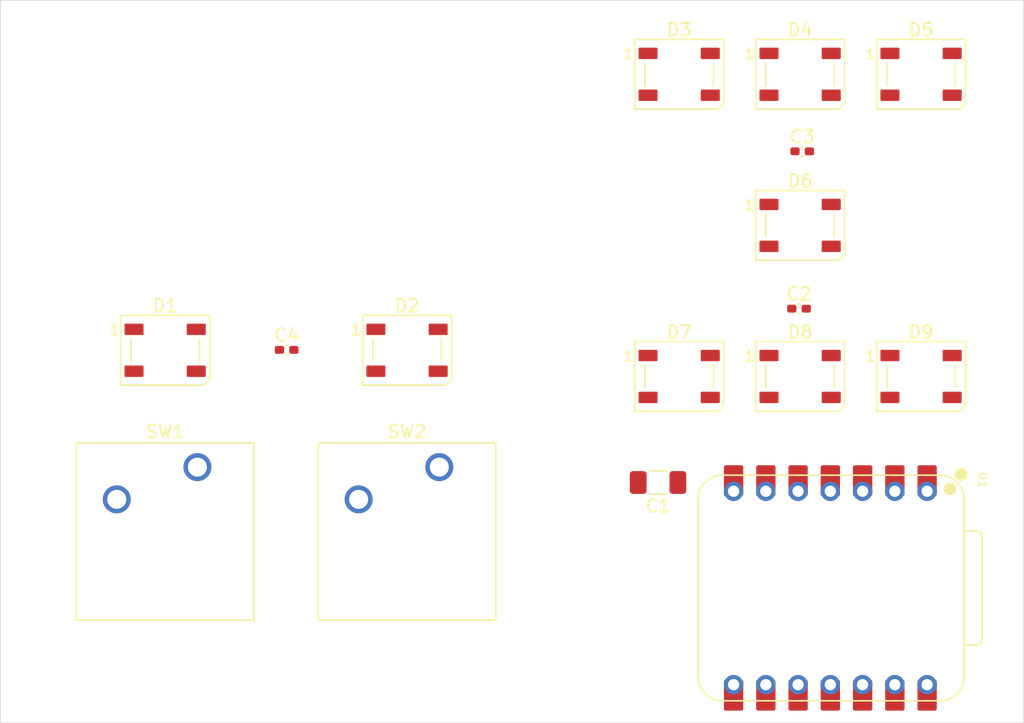
<source format=kicad_pcb>
(kicad_pcb (version 20240108) (generator "pcbnew") (generator_version "8.0")
  (layers (0 "F.Cu" signal) (31 "B.Cu" signal) (34 "B.Paste" user) (35 "F.Paste" user) (36 "B.SilkS" user "B.Silkscreen") (37 "F.SilkS" user "F.Silkscreen") (38 "B.Mask" user) (39 "F.Mask" user) (44 "Edge.Cuts" user))
  (net 0 "")
  (net 1 "Net-(D1-DOUT)")
  (net 2 "GND")
  (net 3 "Net-(D1-DIN)")
  (net 4 "+5V")
  (net 5 "Net-(D2-DOUT)")
  (net 6 "Net-(D3-DOUT)")
  (net 7 "Net-(D4-DOUT)")
  (net 8 "Net-(D5-DOUT)")
  (net 9 "Net-(D6-DOUT)")
  (net 10 "Net-(D7-DOUT)")
  (net 11 "Net-(D8-DOUT)")
  (net 13 "+3.3V")
  (net 14 "Net-(U1-GPIO27{slash}ADC1{slash}A1)")
  (net 15 "Net-(U1-GPIO28{slash}ADC2{slash}A2)")
  (footprint "Capacitor_SMD:C_0402_1005Metric_Pad0.74x0.62mm_HandSolder" (layer "F.Cu") (at 166.85 84.65)
    (property "Reference" "C3" (at 0 -1.16 0) (layer "F.SilkS"))
    (property "Value" "4.7nF")
    (fp_line (start -0.115835 -0.36) (end 0.115835 -0.36) (stroke (width 0.12)) (layer "F.SilkS"))
    (fp_line (start -0.115835 0.36) (end 0.115835 0.36) (stroke (width 0.12)) (layer "F.SilkS"))
    (pad "1" smd roundrect (at -0.5675 0) (size 0.735 0.62) (layers "F.Cu" "F.Paste" "F.Mask") (net 2 "GND"))
    (pad "2" smd roundrect (at 0.5675 0) (size 0.735 0.62) (layers "F.Cu" "F.Paste" "F.Mask") (net 4 "+5V"))
  )
  (footprint "LED_SMD:LED_WS2812B_PLCC4_5.0x5.0mm_P3.2mm" (layer "F.Cu") (at 166.6875 78.58125)
    (property "Reference" "D4" (at 0 -3.5 0) (layer "F.SilkS"))
    (property "Value" "WS2812B")
    (fp_line (start -3.5 -2.75) (end -3.5 2.75) (stroke (width 0.12)) (layer "F.SilkS"))
    (fp_line (start -3.5 -2.75) (end 3.5 -2.75) (stroke (width 0.12)) (layer "F.SilkS"))
    (fp_line (start -3.5 2.75) (end 3.05 2.75) (stroke (width 0.12)) (layer "F.SilkS"))
    (fp_line (start -2.7 0.9) (end -2.7 -0.9) (stroke (width 0.12)) (layer "F.SilkS"))
    (fp_line (start 2.7 0.9) (end 2.7 -0.9) (stroke (width 0.12)) (layer "F.SilkS"))
    (fp_line (start 3.05 2.75) (end 3.5 2.3) (stroke (width 0.12)) (layer "F.SilkS"))
    (fp_line (start 3.5 2.3) (end 3.5 -2.75) (stroke (width 0.12)) (layer "F.SilkS"))
    (fp_text user "1" (at -4 -1.6 0) (layer "F.SilkS") (effects (font (size 0.8 0.8))))
    (pad "1" smd roundrect (at -2.45 -1.65) (size 1.5 0.9) (layers "F.Cu" "F.Paste" "F.Mask") (roundrect_rratio 0.1) (net 4 "+5V"))
    (pad "2" smd roundrect (at -2.45 1.65) (size 1.5 0.9) (layers "F.Cu" "F.Paste" "F.Mask") (roundrect_rratio 0.1) (net 7 "Net-(D4-DOUT)"))
    (pad "3" smd roundrect (at 2.45 1.65) (size 1.5 0.9) (layers "F.Cu" "F.Paste" "F.Mask") (roundrect_rratio 0.1) (net 2 "GND"))
    (pad "4" smd roundrect (at 2.45 -1.65) (size 1.5 0.9) (layers "F.Cu" "F.Paste" "F.Mask") (roundrect_rratio 0.1) (net 6 "Net-(D3-DOUT)"))
  )
  (footprint "Capacitor_SMD:C_0402_1005Metric_Pad0.74x0.62mm_HandSolder" (layer "F.Cu") (at 166.6 97.05)
    (property "Reference" "C2" (at 0 -1.16 0) (layer "F.SilkS"))
    (property "Value" "4.7nF")
    (fp_line (start -0.115835 -0.36) (end 0.115835 -0.36) (stroke (width 0.12)) (layer "F.SilkS"))
    (fp_line (start -0.115835 0.36) (end 0.115835 0.36) (stroke (width 0.12)) (layer "F.SilkS"))
    (pad "1" smd roundrect (at -0.5675 0) (size 0.735 0.62) (layers "F.Cu" "F.Paste" "F.Mask") (net 2 "GND"))
    (pad "2" smd roundrect (at 0.5675 0) (size 0.735 0.62) (layers "F.Cu" "F.Paste" "F.Mask") (net 4 "+5V"))
  )
  (footprint "LED_SMD:LED_WS2812B_PLCC4_5.0x5.0mm_P3.2mm" (layer "F.Cu") (at 176.2125 78.58125)
    (property "Reference" "D5" (at 0 -3.5 0) (layer "F.SilkS"))
    (property "Value" "WS2812B")
    (fp_line (start -3.5 -2.75) (end -3.5 2.75) (stroke (width 0.12)) (layer "F.SilkS"))
    (fp_line (start -3.5 -2.75) (end 3.5 -2.75) (stroke (width 0.12)) (layer "F.SilkS"))
    (fp_line (start -3.5 2.75) (end 3.05 2.75) (stroke (width 0.12)) (layer "F.SilkS"))
    (fp_line (start -2.7 0.9) (end -2.7 -0.9) (stroke (width 0.12)) (layer "F.SilkS"))
    (fp_line (start 2.7 0.9) (end 2.7 -0.9) (stroke (width 0.12)) (layer "F.SilkS"))
    (fp_line (start 3.05 2.75) (end 3.5 2.3) (stroke (width 0.12)) (layer "F.SilkS"))
    (fp_line (start 3.5 2.3) (end 3.5 -2.75) (stroke (width 0.12)) (layer "F.SilkS"))
    (fp_text user "1" (at -4 -1.6 0) (layer "F.SilkS") (effects (font (size 0.8 0.8))))
    (pad "1" smd roundrect (at -2.45 -1.65) (size 1.5 0.9) (layers "F.Cu" "F.Paste" "F.Mask") (roundrect_rratio 0.1) (net 4 "+5V"))
    (pad "2" smd roundrect (at -2.45 1.65) (size 1.5 0.9) (layers "F.Cu" "F.Paste" "F.Mask") (roundrect_rratio 0.1) (net 8 "Net-(D5-DOUT)"))
    (pad "3" smd roundrect (at 2.45 1.65) (size 1.5 0.9) (layers "F.Cu" "F.Paste" "F.Mask") (roundrect_rratio 0.1) (net 2 "GND"))
    (pad "4" smd roundrect (at 2.45 -1.65) (size 1.5 0.9) (layers "F.Cu" "F.Paste" "F.Mask") (roundrect_rratio 0.1) (net 7 "Net-(D4-DOUT)"))
  )
  (footprint "LED_SMD:LED_WS2812B_PLCC4_5.0x5.0mm_P3.2mm" (layer "F.Cu") (at 135.73125 100.33)
    (property "Reference" "D2" (at 0 -3.5 0) (layer "F.SilkS"))
    (property "Value" "WS2812B")
    (fp_line (start -3.5 -2.75) (end -3.5 2.75) (stroke (width 0.12)) (layer "F.SilkS"))
    (fp_line (start -3.5 -2.75) (end 3.5 -2.75) (stroke (width 0.12)) (layer "F.SilkS"))
    (fp_line (start -3.5 2.75) (end 3.05 2.75) (stroke (width 0.12)) (layer "F.SilkS"))
    (fp_line (start -2.7 0.9) (end -2.7 -0.9) (stroke (width 0.12)) (layer "F.SilkS"))
    (fp_line (start 2.7 0.9) (end 2.7 -0.9) (stroke (width 0.12)) (layer "F.SilkS"))
    (fp_line (start 3.05 2.75) (end 3.5 2.3) (stroke (width 0.12)) (layer "F.SilkS"))
    (fp_line (start 3.5 2.3) (end 3.5 -2.75) (stroke (width 0.12)) (layer "F.SilkS"))
    (fp_text user "1" (at -4 -1.6 0) (layer "F.SilkS") (effects (font (size 0.8 0.8))))
    (pad "1" smd roundrect (at -2.45 -1.65) (size 1.5 0.9) (layers "F.Cu" "F.Paste" "F.Mask") (roundrect_rratio 0.1) (net 4 "+5V"))
    (pad "2" smd roundrect (at -2.45 1.65) (size 1.5 0.9) (layers "F.Cu" "F.Paste" "F.Mask") (roundrect_rratio 0.1) (net 5 "Net-(D2-DOUT)"))
    (pad "3" smd roundrect (at 2.45 1.65) (size 1.5 0.9) (layers "F.Cu" "F.Paste" "F.Mask") (roundrect_rratio 0.1) (net 2 "GND"))
    (pad "4" smd roundrect (at 2.45 -1.65) (size 1.5 0.9) (layers "F.Cu" "F.Paste" "F.Mask") (roundrect_rratio 0.1) (net 1 "Net-(D1-DOUT)"))
  )
  (footprint "LED_SMD:LED_WS2812B_PLCC4_5.0x5.0mm_P3.2mm" (layer "F.Cu") (at 157.1625 78.58125)
    (property "Reference" "D3" (at 0 -3.5 0) (layer "F.SilkS"))
    (property "Value" "WS2812B")
    (fp_line (start -3.5 -2.75) (end -3.5 2.75) (stroke (width 0.12)) (layer "F.SilkS"))
    (fp_line (start -3.5 -2.75) (end 3.5 -2.75) (stroke (width 0.12)) (layer "F.SilkS"))
    (fp_line (start -3.5 2.75) (end 3.05 2.75) (stroke (width 0.12)) (layer "F.SilkS"))
    (fp_line (start -2.7 0.9) (end -2.7 -0.9) (stroke (width 0.12)) (layer "F.SilkS"))
    (fp_line (start 2.7 0.9) (end 2.7 -0.9) (stroke (width 0.12)) (layer "F.SilkS"))
    (fp_line (start 3.05 2.75) (end 3.5 2.3) (stroke (width 0.12)) (layer "F.SilkS"))
    (fp_line (start 3.5 2.3) (end 3.5 -2.75) (stroke (width 0.12)) (layer "F.SilkS"))
    (fp_text user "1" (at -4 -1.6 0) (layer "F.SilkS") (effects (font (size 0.8 0.8))))
    (pad "1" smd roundrect (at -2.45 -1.65) (size 1.5 0.9) (layers "F.Cu" "F.Paste" "F.Mask") (roundrect_rratio 0.1) (net 4 "+5V"))
    (pad "2" smd roundrect (at -2.45 1.65) (size 1.5 0.9) (layers "F.Cu" "F.Paste" "F.Mask") (roundrect_rratio 0.1) (net 6 "Net-(D3-DOUT)"))
    (pad "3" smd roundrect (at 2.45 1.65) (size 1.5 0.9) (layers "F.Cu" "F.Paste" "F.Mask") (roundrect_rratio 0.1) (net 2 "GND"))
    (pad "4" smd roundrect (at 2.45 -1.65) (size 1.5 0.9) (layers "F.Cu" "F.Paste" "F.Mask") (roundrect_rratio 0.1) (net 5 "Net-(D2-DOUT)"))
  )
  (footprint "LED_SMD:LED_WS2812B_PLCC4_5.0x5.0mm_P3.2mm" (layer "F.Cu") (at 116.68125 100.33)
    (property "Reference" "D1" (at 0 -3.5 0) (layer "F.SilkS"))
    (property "Value" "WS2812B")
    (fp_line (start -3.5 -2.75) (end -3.5 2.75) (stroke (width 0.12)) (layer "F.SilkS"))
    (fp_line (start -3.5 -2.75) (end 3.5 -2.75) (stroke (width 0.12)) (layer "F.SilkS"))
    (fp_line (start -3.5 2.75) (end 3.05 2.75) (stroke (width 0.12)) (layer "F.SilkS"))
    (fp_line (start -2.7 0.9) (end -2.7 -0.9) (stroke (width 0.12)) (layer "F.SilkS"))
    (fp_line (start 2.7 0.9) (end 2.7 -0.9) (stroke (width 0.12)) (layer "F.SilkS"))
    (fp_line (start 3.05 2.75) (end 3.5 2.3) (stroke (width 0.12)) (layer "F.SilkS"))
    (fp_line (start 3.5 2.3) (end 3.5 -2.75) (stroke (width 0.12)) (layer "F.SilkS"))
    (fp_text user "1" (at -4 -1.6 0) (layer "F.SilkS") (effects (font (size 0.8 0.8))))
    (pad "1" smd roundrect (at -2.45 -1.65) (size 1.5 0.9) (layers "F.Cu" "F.Paste" "F.Mask") (roundrect_rratio 0.1) (net 4 "+5V"))
    (pad "2" smd roundrect (at -2.45 1.65) (size 1.5 0.9) (layers "F.Cu" "F.Paste" "F.Mask") (roundrect_rratio 0.1) (net 1 "Net-(D1-DOUT)"))
    (pad "3" smd roundrect (at 2.45 1.65) (size 1.5 0.9) (layers "F.Cu" "F.Paste" "F.Mask") (roundrect_rratio 0.1) (net 2 "GND"))
    (pad "4" smd roundrect (at 2.45 -1.65) (size 1.5 0.9) (layers "F.Cu" "F.Paste" "F.Mask") (roundrect_rratio 0.1) (net 3 "Net-(D1-DIN)"))
  )
  (footprint "LED_SMD:LED_WS2812B_PLCC4_5.0x5.0mm_P3.2mm" (layer "F.Cu") (at 166.6875 102.39375)
    (property "Reference" "D8" (at 0 -3.5 0) (layer "F.SilkS"))
    (property "Value" "WS2812B")
    (fp_line (start -3.5 -2.75) (end -3.5 2.75) (stroke (width 0.12)) (layer "F.SilkS"))
    (fp_line (start -3.5 -2.75) (end 3.5 -2.75) (stroke (width 0.12)) (layer "F.SilkS"))
    (fp_line (start -3.5 2.75) (end 3.05 2.75) (stroke (width 0.12)) (layer "F.SilkS"))
    (fp_line (start -2.7 0.9) (end -2.7 -0.9) (stroke (width 0.12)) (layer "F.SilkS"))
    (fp_line (start 2.7 0.9) (end 2.7 -0.9) (stroke (width 0.12)) (layer "F.SilkS"))
    (fp_line (start 3.05 2.75) (end 3.5 2.3) (stroke (width 0.12)) (layer "F.SilkS"))
    (fp_line (start 3.5 2.3) (end 3.5 -2.75) (stroke (width 0.12)) (layer "F.SilkS"))
    (fp_text user "1" (at -4 -1.6 0) (layer "F.SilkS") (effects (font (size 0.8 0.8))))
    (pad "1" smd roundrect (at -2.45 -1.65) (size 1.5 0.9) (layers "F.Cu" "F.Paste" "F.Mask") (roundrect_rratio 0.1) (net 4 "+5V"))
    (pad "2" smd roundrect (at -2.45 1.65) (size 1.5 0.9) (layers "F.Cu" "F.Paste" "F.Mask") (roundrect_rratio 0.1) (net 11 "Net-(D8-DOUT)"))
    (pad "3" smd roundrect (at 2.45 1.65) (size 1.5 0.9) (layers "F.Cu" "F.Paste" "F.Mask") (roundrect_rratio 0.1) (net 2 "GND"))
    (pad "4" smd roundrect (at 2.45 -1.65) (size 1.5 0.9) (layers "F.Cu" "F.Paste" "F.Mask") (roundrect_rratio 0.1) (net 10 "Net-(D7-DOUT)"))
  )
  (footprint "LED_SMD:LED_WS2812B_PLCC4_5.0x5.0mm_P3.2mm" (layer "F.Cu") (at 176.2125 102.39375)
    (property "Reference" "D9" (at 0 -3.5 0) (layer "F.SilkS"))
    (property "Value" "WS2812B")
    (fp_line (start -3.5 -2.75) (end -3.5 2.75) (stroke (width 0.12)) (layer "F.SilkS"))
    (fp_line (start -3.5 -2.75) (end 3.5 -2.75) (stroke (width 0.12)) (layer "F.SilkS"))
    (fp_line (start -3.5 2.75) (end 3.05 2.75) (stroke (width 0.12)) (layer "F.SilkS"))
    (fp_line (start -2.7 0.9) (end -2.7 -0.9) (stroke (width 0.12)) (layer "F.SilkS"))
    (fp_line (start 2.7 0.9) (end 2.7 -0.9) (stroke (width 0.12)) (layer "F.SilkS"))
    (fp_line (start 3.05 2.75) (end 3.5 2.3) (stroke (width 0.12)) (layer "F.SilkS"))
    (fp_line (start 3.5 2.3) (end 3.5 -2.75) (stroke (width 0.12)) (layer "F.SilkS"))
    (fp_text user "1" (at -4 -1.6 0) (layer "F.SilkS") (effects (font (size 0.8 0.8))))
    (pad "1" smd roundrect (at -2.45 -1.65) (size 1.5 0.9) (layers "F.Cu" "F.Paste" "F.Mask") (roundrect_rratio 0.1) (net 4 "+5V"))
    (pad "2" smd roundrect (at -2.45 1.65) (size 1.5 0.9) (layers "F.Cu" "F.Paste" "F.Mask") (roundrect_rratio 0.1))
    (pad "3" smd roundrect (at 2.45 1.65) (size 1.5 0.9) (layers "F.Cu" "F.Paste" "F.Mask") (roundrect_rratio 0.1) (net 2 "GND"))
    (pad "4" smd roundrect (at 2.45 -1.65) (size 1.5 0.9) (layers "F.Cu" "F.Paste" "F.Mask") (roundrect_rratio 0.1) (net 11 "Net-(D8-DOUT)"))
  )
  (footprint "Button_Switch_Keyboard:SW_Cherry_MX_1.00u_PCB" (layer "F.Cu") (at 138.27125 109.5375)
    (property "Reference" "SW2" (at -2.54 -2.794 0) (layer "F.SilkS"))
    (property "Value" "SW_Push")
    (fp_line (start -9.525 -1.905) (end 4.445 -1.905) (stroke (width 0.12)) (layer "F.SilkS"))
    (fp_line (start -9.525 12.065) (end -9.525 -1.905) (stroke (width 0.12)) (layer "F.SilkS"))
    (fp_line (start 4.445 -1.905) (end 4.445 12.065) (stroke (width 0.12)) (layer "F.SilkS"))
    (fp_line (start 4.445 12.065) (end -9.525 12.065) (stroke (width 0.12)) (layer "F.SilkS"))
    (pad "" np_thru_hole circle (at -7.62 5.08) (size 1.7 1.7) (drill 1.7) (layers "*.Cu" "*.Mask" "In1.Cu" "In2.Cu" "In3.Cu" "In4.Cu" "In5.Cu" "In6.Cu" "In7.Cu" "In8.Cu" "In9.Cu" "In10.Cu" "In11.Cu" "In12.Cu" "In13.Cu" "In14.Cu" "In15.Cu" "In16.Cu" "In17.Cu" "In18.Cu" "In19.Cu" "In20.Cu" "In21.Cu" "In22.Cu" "In23.Cu" "In24.Cu" "In25.Cu" "In26.Cu" "In27.Cu" "In28.Cu" "In29.Cu" "In30.Cu"))
    (pad "" np_thru_hole circle (at -2.54 5.08) (size 4 4) (drill 4) (layers "*.Cu" "*.Mask" "In1.Cu" "In2.Cu" "In3.Cu" "In4.Cu" "In5.Cu" "In6.Cu" "In7.Cu" "In8.Cu" "In9.Cu" "In10.Cu" "In11.Cu" "In12.Cu" "In13.Cu" "In14.Cu" "In15.Cu" "In16.Cu" "In17.Cu" "In18.Cu" "In19.Cu" "In20.Cu" "In21.Cu" "In22.Cu" "In23.Cu" "In24.Cu" "In25.Cu" "In26.Cu" "In27.Cu" "In28.Cu" "In29.Cu" "In30.Cu"))
    (pad "" np_thru_hole circle (at 2.54 5.08) (size 1.7 1.7) (drill 1.7) (layers "*.Cu" "*.Mask" "In1.Cu" "In2.Cu" "In3.Cu" "In4.Cu" "In5.Cu" "In6.Cu" "In7.Cu" "In8.Cu" "In9.Cu" "In10.Cu" "In11.Cu" "In12.Cu" "In13.Cu" "In14.Cu" "In15.Cu" "In16.Cu" "In17.Cu" "In18.Cu" "In19.Cu" "In20.Cu" "In21.Cu" "In22.Cu" "In23.Cu" "In24.Cu" "In25.Cu" "In26.Cu" "In27.Cu" "In28.Cu" "In29.Cu" "In30.Cu"))
    (pad "1" thru_hole circle (at 0 0) (size 2.2 2.2) (drill 1.5) (layers "*.Cu" "*.Mask" "In1.Cu" "In2.Cu" "In3.Cu" "In4.Cu" "In5.Cu" "In6.Cu" "In7.Cu" "In8.Cu" "In9.Cu" "In10.Cu" "In11.Cu" "In12.Cu" "In13.Cu" "In14.Cu" "In15.Cu" "In16.Cu" "In17.Cu" "In18.Cu" "In19.Cu" "In20.Cu" "In21.Cu" "In22.Cu" "In23.Cu" "In24.Cu" "In25.Cu" "In26.Cu" "In27.Cu" "In28.Cu" "In29.Cu" "In30.Cu") (net 13 "+3.3V"))
    (pad "2" thru_hole circle (at -6.35 2.54) (size 2.2 2.2) (drill 1.5) (layers "*.Cu" "*.Mask" "In1.Cu" "In2.Cu" "In3.Cu" "In4.Cu" "In5.Cu" "In6.Cu" "In7.Cu" "In8.Cu" "In9.Cu" "In10.Cu" "In11.Cu" "In12.Cu" "In13.Cu" "In14.Cu" "In15.Cu" "In16.Cu" "In17.Cu" "In18.Cu" "In19.Cu" "In20.Cu" "In21.Cu" "In22.Cu" "In23.Cu" "In24.Cu" "In25.Cu" "In26.Cu" "In27.Cu" "In28.Cu" "In29.Cu" "In30.Cu") (net 15 "Net-(U1-GPIO28{slash}ADC2{slash}A2)"))
  )
  (footprint "Capacitor_SMD:C_1206_3216Metric_Pad1.33x1.80mm_HandSolder" (layer "F.Cu") (at 155.5 110.75 180)
    (property "Reference" "C1" (at 0 -1.85 360) (layer "F.SilkS"))
    (property "Value" "100uF")
    (fp_line (start -0.711252 0.91) (end 0.711252 0.91) (stroke (width 0.12)) (layer "F.SilkS"))
    (fp_line (start -0.711252 -0.91) (end 0.711252 -0.91) (stroke (width 0.12)) (layer "F.SilkS"))
    (pad "1" smd roundrect (at -1.5625 0 180) (size 1.325 1.8) (layers "F.Cu" "F.Paste" "F.Mask") (roundrect_rratio 0.188679) (net 2 "GND"))
    (pad "2" smd roundrect (at 1.5625 0 180) (size 1.325 1.8) (layers "F.Cu" "F.Paste" "F.Mask") (roundrect_rratio 0.188679) (net 4 "+5V"))
  )
  (footprint "LED_SMD:LED_WS2812B_PLCC4_5.0x5.0mm_P3.2mm" (layer "F.Cu") (at 166.6875 90.4875)
    (property "Reference" "D6" (at 0 -3.5 0) (layer "F.SilkS"))
    (property "Value" "WS2812B")
    (fp_line (start -3.5 -2.75) (end -3.5 2.75) (stroke (width 0.12)) (layer "F.SilkS"))
    (fp_line (start -3.5 -2.75) (end 3.5 -2.75) (stroke (width 0.12)) (layer "F.SilkS"))
    (fp_line (start -3.5 2.75) (end 3.05 2.75) (stroke (width 0.12)) (layer "F.SilkS"))
    (fp_line (start -2.7 0.9) (end -2.7 -0.9) (stroke (width 0.12)) (layer "F.SilkS"))
    (fp_line (start 2.7 0.9) (end 2.7 -0.9) (stroke (width 0.12)) (layer "F.SilkS"))
    (fp_line (start 3.05 2.75) (end 3.5 2.3) (stroke (width 0.12)) (layer "F.SilkS"))
    (fp_line (start 3.5 2.3) (end 3.5 -2.75) (stroke (width 0.12)) (layer "F.SilkS"))
    (fp_text user "1" (at -4 -1.6 0) (layer "F.SilkS") (effects (font (size 0.8 0.8))))
    (pad "1" smd roundrect (at -2.45 -1.65) (size 1.5 0.9) (layers "F.Cu" "F.Paste" "F.Mask") (roundrect_rratio 0.1) (net 4 "+5V"))
    (pad "2" smd roundrect (at -2.45 1.65) (size 1.5 0.9) (layers "F.Cu" "F.Paste" "F.Mask") (roundrect_rratio 0.1) (net 9 "Net-(D6-DOUT)"))
    (pad "3" smd roundrect (at 2.45 1.65) (size 1.5 0.9) (layers "F.Cu" "F.Paste" "F.Mask") (roundrect_rratio 0.1) (net 2 "GND"))
    (pad "4" smd roundrect (at 2.45 -1.65) (size 1.5 0.9) (layers "F.Cu" "F.Paste" "F.Mask") (roundrect_rratio 0.1) (net 8 "Net-(D5-DOUT)"))
  )
  (footprint "XIAO:XIAO-RP2040-DIP" (layer "F.Cu") (at 169.06875 119.0625 -90)
    (property "Reference" "U1" (at -8.5 -12 -90) (layer "F.SilkS") (effects (font (size 0.635 0.635) (thickness 0.1016))))
    (property "Value" "XIAO-RP2040-DIP")
    (fp_line (start -6.985 10.414) (end 6.985 10.414) (stroke (width 0.127)) (layer "F.SilkS"))
    (fp_line (start -8.89 8.509) (end -8.89 -8.636) (stroke (width 0.127)) (layer "F.SilkS"))
    (fp_line (start 8.89 8.509) (end 8.89 -8.636) (stroke (width 0.127)) (layer "F.SilkS"))
    (fp_line (start -4.495 -10.541) (end -4.491272 -11.451272) (stroke (width 0.127)) (layer "F.SilkS"))
    (fp_line (start 6.985 -10.541) (end -6.985 -10.541) (stroke (width 0.1)) (layer "F.SilkS"))
    (fp_line (start 6.985 -10.541) (end -6.985 -10.541) (stroke (width 0.127)) (layer "F.SilkS"))
    (fp_line (start 4.504 -11.451) (end 4.504 -10.541) (stroke (width 0.127)) (layer "F.SilkS"))
    (fp_line (start -3.991272 -11.951) (end 4.004 -11.951) (stroke (width 0.127)) (layer "F.SilkS"))
    (fp_arc (start -6.985 10.414) (mid -8.332038 9.856038) (end -8.89 8.509) (stroke (width 0.127)) (layer "F.SilkS"))
    (fp_arc (start 8.89 8.509) (mid 8.332038 9.856038) (end 6.985 10.414) (stroke (width 0.127)) (layer "F.SilkS"))
    (fp_arc (start -8.89 -8.636) (mid -8.332038 -9.983038) (end -6.985 -10.541) (stroke (width 0.127)) (layer "F.SilkS"))
    (fp_arc (start 6.985 -10.541) (mid 8.332038 -9.983038) (end 8.89 -8.636) (stroke (width 0.127)) (layer "F.SilkS"))
    (fp_arc (start -4.491272 -11.451272) (mid -4.344728 -11.80464) (end -3.991272 -11.951) (stroke (width 0.127)) (layer "F.SilkS"))
    (fp_arc (start 4.004 -11.951) (mid 4.357553 -11.804553) (end 4.504 -11.451) (stroke (width 0.127)) (layer "F.SilkS"))
    (fp_circle (center -7.807 -9.42) (end -7.807 -9.674) (stroke (width 0.5)) (fill solid) (layer "F.SilkS"))
    (fp_circle (center -8.95 -10.3) (end -8.95 -10.554) (stroke (width 0.5)) (fill solid) (layer "F.SilkS"))
    (pad "1" smd roundrect (at -8.455 -7.62 90) (size 2.432 1.524) (layers "F.Cu" "F.Mask") (roundrect_rratio 0.1) (net 3 "Net-(D1-DIN)"))
    (pad "1" thru_hole circle (at -7.62 -7.62 90) (size 1.524 1.524) (drill 0.889) (layers "*.Cu" "*.Mask" "In1.Cu" "In2.Cu" "In3.Cu" "In4.Cu" "In5.Cu" "In6.Cu" "In7.Cu" "In8.Cu" "In9.Cu" "In10.Cu" "In11.Cu" "In12.Cu" "In13.Cu" "In14.Cu" "In15.Cu" "In16.Cu" "In17.Cu" "In18.Cu" "In19.Cu" "In20.Cu" "In21.Cu" "In22.Cu" "In23.Cu" "In24.Cu" "In25.Cu" "In26.Cu" "In27.Cu" "In28.Cu" "In29.Cu" "In30.Cu") (net 3 "Net-(D1-DIN)"))
    (pad "2" smd roundrect (at -8.455 -5.08 90) (size 2.432 1.524) (layers "F.Cu" "F.Mask") (roundrect_rratio 0.1) (net 14 "Net-(U1-GPIO27{slash}ADC1{slash}A1)"))
    (pad "2" thru_hole circle (at -7.62 -5.08 90) (size 1.524 1.524) (drill 0.889) (layers "*.Cu" "*.Mask" "In1.Cu" "In2.Cu" "In3.Cu" "In4.Cu" "In5.Cu" "In6.Cu" "In7.Cu" "In8.Cu" "In9.Cu" "In10.Cu" "In11.Cu" "In12.Cu" "In13.Cu" "In14.Cu" "In15.Cu" "In16.Cu" "In17.Cu" "In18.Cu" "In19.Cu" "In20.Cu" "In21.Cu" "In22.Cu" "In23.Cu" "In24.Cu" "In25.Cu" "In26.Cu" "In27.Cu" "In28.Cu" "In29.Cu" "In30.Cu") (net 14 "Net-(U1-GPIO27{slash}ADC1{slash}A1)"))
    (pad "3" smd roundrect (at -8.455 -2.54 90) (size 2.432 1.524) (layers "F.Cu" "F.Mask") (roundrect_rratio 0.1) (net 15 "Net-(U1-GPIO28{slash}ADC2{slash}A2)"))
    (pad "3" thru_hole circle (at -7.62 -2.54 90) (size 1.524 1.524) (drill 0.889) (layers "*.Cu" "*.Mask" "In1.Cu" "In2.Cu" "In3.Cu" "In4.Cu" "In5.Cu" "In6.Cu" "In7.Cu" "In8.Cu" "In9.Cu" "In10.Cu" "In11.Cu" "In12.Cu" "In13.Cu" "In14.Cu" "In15.Cu" "In16.Cu" "In17.Cu" "In18.Cu" "In19.Cu" "In20.Cu" "In21.Cu" "In22.Cu" "In23.Cu" "In24.Cu" "In25.Cu" "In26.Cu" "In27.Cu" "In28.Cu" "In29.Cu" "In30.Cu") (net 15 "Net-(U1-GPIO28{slash}ADC2{slash}A2)"))
    (pad "4" smd roundrect (at -8.455 0 90) (size 2.432 1.524) (layers "F.Cu" "F.Mask") (roundrect_rratio 0.1))
    (pad "4" thru_hole circle (at -7.62 0 90) (size 1.524 1.524) (drill 0.889) (layers "*.Cu" "*.Mask" "In1.Cu" "In2.Cu" "In3.Cu" "In4.Cu" "In5.Cu" "In6.Cu" "In7.Cu" "In8.Cu" "In9.Cu" "In10.Cu" "In11.Cu" "In12.Cu" "In13.Cu" "In14.Cu" "In15.Cu" "In16.Cu" "In17.Cu" "In18.Cu" "In19.Cu" "In20.Cu" "In21.Cu" "In22.Cu" "In23.Cu" "In24.Cu" "In25.Cu" "In26.Cu" "In27.Cu" "In28.Cu" "In29.Cu" "In30.Cu"))
    (pad "5" smd roundrect (at -8.455 2.54 90) (size 2.432 1.524) (layers "F.Cu" "F.Mask") (roundrect_rratio 0.1))
    (pad "5" thru_hole circle (at -7.62 2.54 90) (size 1.524 1.524) (drill 0.889) (layers "*.Cu" "*.Mask" "In1.Cu" "In2.Cu" "In3.Cu" "In4.Cu" "In5.Cu" "In6.Cu" "In7.Cu" "In8.Cu" "In9.Cu" "In10.Cu" "In11.Cu" "In12.Cu" "In13.Cu" "In14.Cu" "In15.Cu" "In16.Cu" "In17.Cu" "In18.Cu" "In19.Cu" "In20.Cu" "In21.Cu" "In22.Cu" "In23.Cu" "In24.Cu" "In25.Cu" "In26.Cu" "In27.Cu" "In28.Cu" "In29.Cu" "In30.Cu"))
    (pad "6" smd roundrect (at -8.455 5.08 90) (size 2.432 1.524) (layers "F.Cu" "F.Mask") (roundrect_rratio 0.1))
    (pad "6" thru_hole circle (at -7.62 5.08 90) (size 1.524 1.524) (drill 0.889) (layers "*.Cu" "*.Mask" "In1.Cu" "In2.Cu" "In3.Cu" "In4.Cu" "In5.Cu" "In6.Cu" "In7.Cu" "In8.Cu" "In9.Cu" "In10.Cu" "In11.Cu" "In12.Cu" "In13.Cu" "In14.Cu" "In15.Cu" "In16.Cu" "In17.Cu" "In18.Cu" "In19.Cu" "In20.Cu" "In21.Cu" "In22.Cu" "In23.Cu" "In24.Cu" "In25.Cu" "In26.Cu" "In27.Cu" "In28.Cu" "In29.Cu" "In30.Cu"))
    (pad "7" smd roundrect (at -8.455 7.62 90) (size 2.432 1.524) (layers "F.Cu" "F.Mask") (roundrect_rratio 0.1))
    (pad "7" thru_hole circle (at -7.62 7.62 90) (size 1.524 1.524) (drill 0.889) (layers "*.Cu" "*.Mask" "In1.Cu" "In2.Cu" "In3.Cu" "In4.Cu" "In5.Cu" "In6.Cu" "In7.Cu" "In8.Cu" "In9.Cu" "In10.Cu" "In11.Cu" "In12.Cu" "In13.Cu" "In14.Cu" "In15.Cu" "In16.Cu" "In17.Cu" "In18.Cu" "In19.Cu" "In20.Cu" "In21.Cu" "In22.Cu" "In23.Cu" "In24.Cu" "In25.Cu" "In26.Cu" "In27.Cu" "In28.Cu" "In29.Cu" "In30.Cu"))
    (pad "8" thru_hole circle (at 7.62 7.62 270) (size 1.524 1.524) (drill 0.889) (layers "*.Cu" "*.Mask" "In1.Cu" "In2.Cu" "In3.Cu" "In4.Cu" "In5.Cu" "In6.Cu" "In7.Cu" "In8.Cu" "In9.Cu" "In10.Cu" "In11.Cu" "In12.Cu" "In13.Cu" "In14.Cu" "In15.Cu" "In16.Cu" "In17.Cu" "In18.Cu" "In19.Cu" "In20.Cu" "In21.Cu" "In22.Cu" "In23.Cu" "In24.Cu" "In25.Cu" "In26.Cu" "In27.Cu" "In28.Cu" "In29.Cu" "In30.Cu"))
    (pad "8" smd roundrect (at 8.455 7.62 270) (size 2.432 1.524) (layers "F.Cu" "F.Mask") (roundrect_rratio 0.1))
    (pad "9" thru_hole circle (at 7.62 5.08 270) (size 1.524 1.524) (drill 0.889) (layers "*.Cu" "*.Mask" "In1.Cu" "In2.Cu" "In3.Cu" "In4.Cu" "In5.Cu" "In6.Cu" "In7.Cu" "In8.Cu" "In9.Cu" "In10.Cu" "In11.Cu" "In12.Cu" "In13.Cu" "In14.Cu" "In15.Cu" "In16.Cu" "In17.Cu" "In18.Cu" "In19.Cu" "In20.Cu" "In21.Cu" "In22.Cu" "In23.Cu" "In24.Cu" "In25.Cu" "In26.Cu" "In27.Cu" "In28.Cu" "In29.Cu" "In30.Cu"))
    (pad "9" smd roundrect (at 8.455 5.08 270) (size 2.432 1.524) (layers "F.Cu" "F.Mask") (roundrect_rratio 0.1))
    (pad "10" thru_hole circle (at 7.62 2.54 270) (size 1.524 1.524) (drill 0.889) (layers "*.Cu" "*.Mask" "In1.Cu" "In2.Cu" "In3.Cu" "In4.Cu" "In5.Cu" "In6.Cu" "In7.Cu" "In8.Cu" "In9.Cu" "In10.Cu" "In11.Cu" "In12.Cu" "In13.Cu" "In14.Cu" "In15.Cu" "In16.Cu" "In17.Cu" "In18.Cu" "In19.Cu" "In20.Cu" "In21.Cu" "In22.Cu" "In23.Cu" "In24.Cu" "In25.Cu" "In26.Cu" "In27.Cu" "In28.Cu" "In29.Cu" "In30.Cu"))
    (pad "10" smd roundrect (at 8.455 2.54 270) (size 2.432 1.524) (layers "F.Cu" "F.Mask") (roundrect_rratio 0.1))
    (pad "11" thru_hole circle (at 7.62 0 270) (size 1.524 1.524) (drill 0.889) (layers "*.Cu" "*.Mask" "In1.Cu" "In2.Cu" "In3.Cu" "In4.Cu" "In5.Cu" "In6.Cu" "In7.Cu" "In8.Cu" "In9.Cu" "In10.Cu" "In11.Cu" "In12.Cu" "In13.Cu" "In14.Cu" "In15.Cu" "In16.Cu" "In17.Cu" "In18.Cu" "In19.Cu" "In20.Cu" "In21.Cu" "In22.Cu" "In23.Cu" "In24.Cu" "In25.Cu" "In26.Cu" "In27.Cu" "In28.Cu" "In29.Cu" "In30.Cu"))
    (pad "11" smd roundrect (at 8.455 0 270) (size 2.432 1.524) (layers "F.Cu" "F.Mask") (roundrect_rratio 0.1))
    (pad "12" thru_hole circle (at 7.62 -2.54 270) (size 1.524 1.524) (drill 0.889) (layers "*.Cu" "*.Mask" "In1.Cu" "In2.Cu" "In3.Cu" "In4.Cu" "In5.Cu" "In6.Cu" "In7.Cu" "In8.Cu" "In9.Cu" "In10.Cu" "In11.Cu" "In12.Cu" "In13.Cu" "In14.Cu" "In15.Cu" "In16.Cu" "In17.Cu" "In18.Cu" "In19.Cu" "In20.Cu" "In21.Cu" "In22.Cu" "In23.Cu" "In24.Cu" "In25.Cu" "In26.Cu" "In27.Cu" "In28.Cu" "In29.Cu" "In30.Cu") (net 13 "+3.3V"))
    (pad "12" smd roundrect (at 8.455 -2.54 270) (size 2.432 1.524) (layers "F.Cu" "F.Mask") (roundrect_rratio 0.1) (net 13 "+3.3V"))
    (pad "13" thru_hole circle (at 7.62 -5.08 270) (size 1.524 1.524) (drill 0.889) (layers "*.Cu" "*.Mask" "In1.Cu" "In2.Cu" "In3.Cu" "In4.Cu" "In5.Cu" "In6.Cu" "In7.Cu" "In8.Cu" "In9.Cu" "In10.Cu" "In11.Cu" "In12.Cu" "In13.Cu" "In14.Cu" "In15.Cu" "In16.Cu" "In17.Cu" "In18.Cu" "In19.Cu" "In20.Cu" "In21.Cu" "In22.Cu" "In23.Cu" "In24.Cu" "In25.Cu" "In26.Cu" "In27.Cu" "In28.Cu" "In29.Cu" "In30.Cu") (net 2 "GND"))
    (pad "13" smd roundrect (at 8.455 -5.08 270) (size 2.432 1.524) (layers "F.Cu" "F.Mask") (roundrect_rratio 0.1) (net 2 "GND"))
    (pad "14" thru_hole circle (at 7.62 -7.62 270) (size 1.524 1.524) (drill 0.889) (layers "*.Cu" "*.Mask" "In1.Cu" "In2.Cu" "In3.Cu" "In4.Cu" "In5.Cu" "In6.Cu" "In7.Cu" "In8.Cu" "In9.Cu" "In10.Cu" "In11.Cu" "In12.Cu" "In13.Cu" "In14.Cu" "In15.Cu" "In16.Cu" "In17.Cu" "In18.Cu" "In19.Cu" "In20.Cu" "In21.Cu" "In22.Cu" "In23.Cu" "In24.Cu" "In25.Cu" "In26.Cu" "In27.Cu" "In28.Cu" "In29.Cu" "In30.Cu") (net 4 "+5V"))
    (pad "14" smd roundrect (at 8.455 -7.62 270) (size 2.432 1.524) (layers "F.Cu" "F.Mask") (roundrect_rratio 0.1) (net 4 "+5V"))
  )
  (footprint "Button_Switch_Keyboard:SW_Cherry_MX_1.00u_PCB" (layer "F.Cu") (at 119.22125 109.5375)
    (property "Reference" "SW1" (at -2.54 -2.794 0) (layer "F.SilkS"))
    (property "Value" "SW_Push")
    (fp_line (start -9.525 -1.905) (end 4.445 -1.905) (stroke (width 0.12)) (layer "F.SilkS"))
    (fp_line (start -9.525 12.065) (end -9.525 -1.905) (stroke (width 0.12)) (layer "F.SilkS"))
    (fp_line (start 4.445 -1.905) (end 4.445 12.065) (stroke (width 0.12)) (layer "F.SilkS"))
    (fp_line (start 4.445 12.065) (end -9.525 12.065) (stroke (width 0.12)) (layer "F.SilkS"))
    (pad "" np_thru_hole circle (at -7.62 5.08) (size 1.7 1.7) (drill 1.7) (layers "*.Cu" "*.Mask" "In1.Cu" "In2.Cu" "In3.Cu" "In4.Cu" "In5.Cu" "In6.Cu" "In7.Cu" "In8.Cu" "In9.Cu" "In10.Cu" "In11.Cu" "In12.Cu" "In13.Cu" "In14.Cu" "In15.Cu" "In16.Cu" "In17.Cu" "In18.Cu" "In19.Cu" "In20.Cu" "In21.Cu" "In22.Cu" "In23.Cu" "In24.Cu" "In25.Cu" "In26.Cu" "In27.Cu" "In28.Cu" "In29.Cu" "In30.Cu"))
    (pad "" np_thru_hole circle (at -2.54 5.08) (size 4 4) (drill 4) (layers "*.Cu" "*.Mask" "In1.Cu" "In2.Cu" "In3.Cu" "In4.Cu" "In5.Cu" "In6.Cu" "In7.Cu" "In8.Cu" "In9.Cu" "In10.Cu" "In11.Cu" "In12.Cu" "In13.Cu" "In14.Cu" "In15.Cu" "In16.Cu" "In17.Cu" "In18.Cu" "In19.Cu" "In20.Cu" "In21.Cu" "In22.Cu" "In23.Cu" "In24.Cu" "In25.Cu" "In26.Cu" "In27.Cu" "In28.Cu" "In29.Cu" "In30.Cu"))
    (pad "" np_thru_hole circle (at 2.54 5.08) (size 1.7 1.7) (drill 1.7) (layers "*.Cu" "*.Mask" "In1.Cu" "In2.Cu" "In3.Cu" "In4.Cu" "In5.Cu" "In6.Cu" "In7.Cu" "In8.Cu" "In9.Cu" "In10.Cu" "In11.Cu" "In12.Cu" "In13.Cu" "In14.Cu" "In15.Cu" "In16.Cu" "In17.Cu" "In18.Cu" "In19.Cu" "In20.Cu" "In21.Cu" "In22.Cu" "In23.Cu" "In24.Cu" "In25.Cu" "In26.Cu" "In27.Cu" "In28.Cu" "In29.Cu" "In30.Cu"))
    (pad "1" thru_hole circle (at 0 0) (size 2.2 2.2) (drill 1.5) (layers "*.Cu" "*.Mask" "In1.Cu" "In2.Cu" "In3.Cu" "In4.Cu" "In5.Cu" "In6.Cu" "In7.Cu" "In8.Cu" "In9.Cu" "In10.Cu" "In11.Cu" "In12.Cu" "In13.Cu" "In14.Cu" "In15.Cu" "In16.Cu" "In17.Cu" "In18.Cu" "In19.Cu" "In20.Cu" "In21.Cu" "In22.Cu" "In23.Cu" "In24.Cu" "In25.Cu" "In26.Cu" "In27.Cu" "In28.Cu" "In29.Cu" "In30.Cu") (net 13 "+3.3V"))
    (pad "2" thru_hole circle (at -6.35 2.54) (size 2.2 2.2) (drill 1.5) (layers "*.Cu" "*.Mask" "In1.Cu" "In2.Cu" "In3.Cu" "In4.Cu" "In5.Cu" "In6.Cu" "In7.Cu" "In8.Cu" "In9.Cu" "In10.Cu" "In11.Cu" "In12.Cu" "In13.Cu" "In14.Cu" "In15.Cu" "In16.Cu" "In17.Cu" "In18.Cu" "In19.Cu" "In20.Cu" "In21.Cu" "In22.Cu" "In23.Cu" "In24.Cu" "In25.Cu" "In26.Cu" "In27.Cu" "In28.Cu" "In29.Cu" "In30.Cu") (net 14 "Net-(U1-GPIO27{slash}ADC1{slash}A1)"))
  )
  (footprint "LED_SMD:LED_WS2812B_PLCC4_5.0x5.0mm_P3.2mm" (layer "F.Cu") (at 157.1625 102.39375)
    (property "Reference" "D7" (at 0 -3.5 0) (layer "F.SilkS"))
    (property "Value" "WS2812B")
    (fp_line (start -3.5 -2.75) (end -3.5 2.75) (stroke (width 0.12)) (layer "F.SilkS"))
    (fp_line (start -3.5 -2.75) (end 3.5 -2.75) (stroke (width 0.12)) (layer "F.SilkS"))
    (fp_line (start -3.5 2.75) (end 3.05 2.75) (stroke (width 0.12)) (layer "F.SilkS"))
    (fp_line (start -2.7 0.9) (end -2.7 -0.9) (stroke (width 0.12)) (layer "F.SilkS"))
    (fp_line (start 2.7 0.9) (end 2.7 -0.9) (stroke (width 0.12)) (layer "F.SilkS"))
    (fp_line (start 3.05 2.75) (end 3.5 2.3) (stroke (width 0.12)) (layer "F.SilkS"))
    (fp_line (start 3.5 2.3) (end 3.5 -2.75) (stroke (width 0.12)) (layer "F.SilkS"))
    (fp_text user "1" (at -4 -1.6 0) (layer "F.SilkS") (effects (font (size 0.8 0.8))))
    (pad "1" smd roundrect (at -2.45 -1.65) (size 1.5 0.9) (layers "F.Cu" "F.Paste" "F.Mask") (roundrect_rratio 0.1) (net 4 "+5V"))
    (pad "2" smd roundrect (at -2.45 1.65) (size 1.5 0.9) (layers "F.Cu" "F.Paste" "F.Mask") (roundrect_rratio 0.1) (net 10 "Net-(D7-DOUT)"))
    (pad "3" smd roundrect (at 2.45 1.65) (size 1.5 0.9) (layers "F.Cu" "F.Paste" "F.Mask") (roundrect_rratio 0.1) (net 2 "GND"))
    (pad "4" smd roundrect (at 2.45 -1.65) (size 1.5 0.9) (layers "F.Cu" "F.Paste" "F.Mask") (roundrect_rratio 0.1) (net 9 "Net-(D6-DOUT)"))
  )
  (footprint "Capacitor_SMD:C_0402_1005Metric_Pad0.74x0.62mm_HandSolder" (layer "F.Cu") (at 126.25 100.3)
    (property "Reference" "C4" (at 0 -1.16 0) (layer "F.SilkS"))
    (property "Value" "4.7nF")
    (fp_line (start -0.115835 -0.36) (end 0.115835 -0.36) (stroke (width 0.12)) (layer "F.SilkS"))
    (fp_line (start -0.115835 0.36) (end 0.115835 0.36) (stroke (width 0.12)) (layer "F.SilkS"))
    (pad "1" smd roundrect (at -0.5675 0) (size 0.735 0.62) (layers "F.Cu" "F.Paste" "F.Mask") (net 2 "GND"))
    (pad "2" smd roundrect (at 0.5675 0) (size 0.735 0.62) (layers "F.Cu" "F.Paste" "F.Mask") (net 4 "+5V"))
  )
  (gr_rect (start 103.7 72.75) (end 184.3 129.7) (stroke (width 0.05)) (fill none) (layer "Edge.Cuts"))
)
</source>
